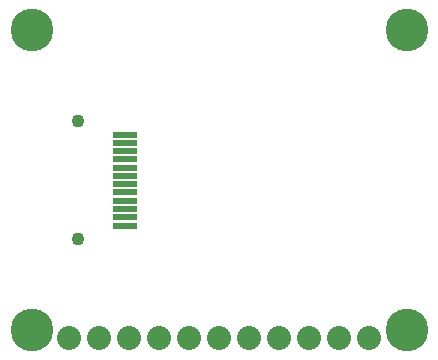
<source format=gbr>
G04 EAGLE Gerber RS-274X export*
G75*
%MOMM*%
%FSLAX34Y34*%
%LPD*%
%INSoldermask Bottom*%
%IPPOS*%
%AMOC8*
5,1,8,0,0,1.08239X$1,22.5*%
G01*
%ADD10C,3.617600*%
%ADD11R,2.101600X0.501600*%
%ADD12C,1.101600*%
%ADD13C,2.032000*%


D10*
X342900Y279400D03*
X25400Y279400D03*
X342900Y25400D03*
X25400Y25400D03*
D11*
X104310Y113900D03*
X104310Y120900D03*
X104310Y127900D03*
X104310Y134900D03*
X104310Y141900D03*
X104310Y148900D03*
X104310Y155900D03*
X104310Y162900D03*
X104310Y169900D03*
X104310Y176900D03*
X104310Y183900D03*
X104310Y190900D03*
D12*
X64310Y102400D03*
X64310Y202400D03*
D13*
X311150Y19050D03*
X285750Y19050D03*
X260350Y19050D03*
X234950Y19050D03*
X209550Y19050D03*
X184150Y19050D03*
X158750Y19050D03*
X133350Y19050D03*
X107950Y19050D03*
X82550Y19050D03*
X57150Y19050D03*
M02*

</source>
